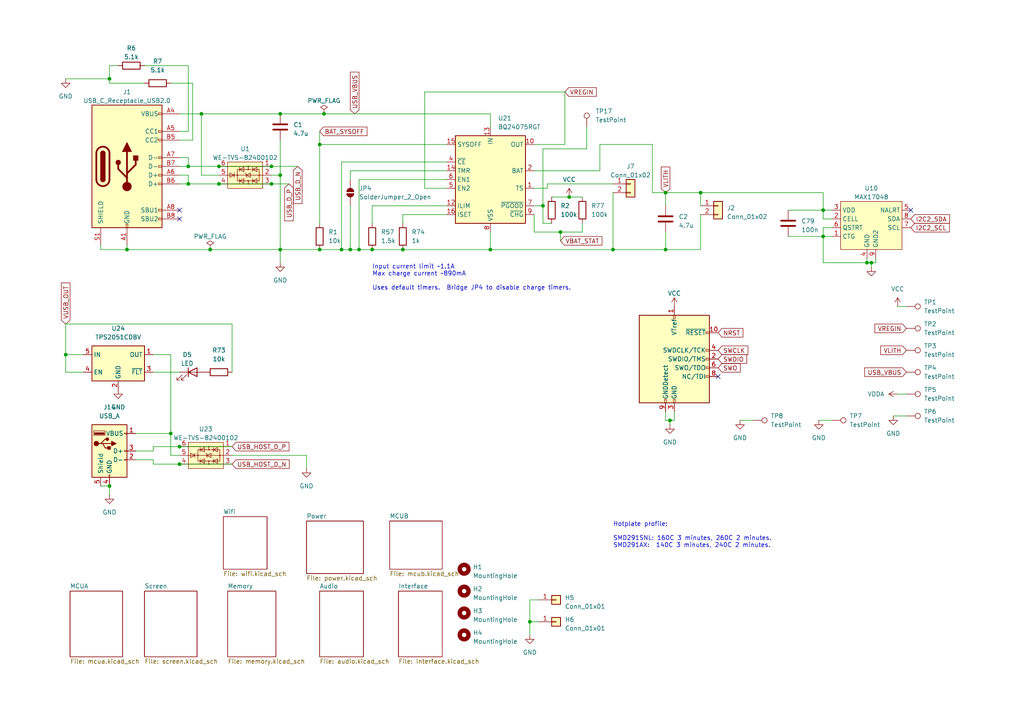
<source format=kicad_sch>
(kicad_sch (version 20231120) (generator "eeschema") (generator_version "8.0")
  (paper "A4")
  (lib_symbols
    (symbol "Battery_Management:BQ24075RGT"
      (property "Reference" "U" (at -8.89 13.97 0))
      (property "Value" "BQ24075RGT" (at 16.51 13.97 0))
      (symbol "BQ24075RGT_0_1"
        (rectangle (start -10.16 12.7) (end 10.16 -12.7) (stroke (width 0.254)) (fill (type background)))
      )
      (symbol "BQ24075RGT_1_1"
        (pin passive line (at 12.7 -2.54 180) (length 2.54) (name "TS") (number "1"))
        (pin power_out line (at 12.7 10.16 180) (length 2.54) (name "OUT") (number "10"))
        (pin passive line (at 12.7 10.16 180) (length 2.54) hide (name "OUT") (number "11"))
        (pin passive line (at -12.7 -7.62 0) (length 2.54) (name "ILIM") (number "12"))
        (pin power_in line (at 0 15.24 270) (length 2.54) (name "IN") (number "13"))
        (pin input line (at -12.7 2.54 0) (length 2.54) (name "TMR") (number "14"))
        (pin input line (at -12.7 10.16 0) (length 2.54) (name "SYSOFF") (number "15"))
        (pin passive line (at -12.7 -10.16 0) (length 2.54) (name "ISET") (number "16"))
        (pin passive line (at 0 -15.24 90) (length 2.54) hide (name "VSS") (number "17"))
        (pin power_out line (at 12.7 2.54 180) (length 2.54) (name "BAT") (number "2"))
        (pin passive line (at 12.7 2.54 180) (length 2.54) hide (name "BAT") (number "3"))
        (pin input line (at -12.7 5.08 0) (length 2.54) (name "~{CE}") (number "4"))
        (pin input line (at -12.7 -2.54 0) (length 2.54) (name "EN2") (number "5"))
        (pin input line (at -12.7 0 0) (length 2.54) (name "EN1") (number "6"))
        (pin open_collector line (at 12.7 -7.62 180) (length 2.54) (name "~{PGOOD}") (number "7"))
        (pin power_in line (at 0 -15.24 90) (length 2.54) (name "VSS") (number "8"))
        (pin open_collector line (at 12.7 -10.16 180) (length 2.54) (name "~{CHG}") (number "9"))
      )
    )
    (symbol "Connector:Conn_ARM_JTAG_SWD_10" (pin_names (offset 1.016))
      (property "Reference" "J" (at -2.54 16.51 0))
      (property "Value" "Conn_ARM_JTAG_SWD_10" (at -2.54 13.97 0))
      (symbol "Conn_ARM_JTAG_SWD_10_0_1"
        (rectangle (start -10.16 12.7) (end 10.16 -12.7) (stroke (width 0.254)) (fill (type background)))
        (rectangle (start -2.794 -12.7) (end -2.286 -11.684))
        (rectangle (start -0.254 -12.7) (end 0.254 -11.684))
        (rectangle (start -0.254 12.7) (end 0.254 11.684))
        (rectangle (start 9.144 2.286) (end 10.16 2.794))
        (rectangle (start 10.16 -2.794) (end 9.144 -2.286))
        (rectangle (start 10.16 -0.254) (end 9.144 0.254))
        (rectangle (start 10.16 7.874) (end 9.144 7.366))
      )
      (symbol "Conn_ARM_JTAG_SWD_10_1_1"
        (rectangle (start 9.144 -5.334) (end 10.16 -4.826))
        (pin power_in line (at 0 15.24 270) (length 2.54) (name "VTref") (number "1"))
        (pin open_collector line (at 12.7 7.62 180) (length 2.54) (name "~{RESET}") (number "10"))
        (pin bidirectional line (at 12.7 0 180) (length 2.54) (name "SWDIO/TMS") (number "2"))
        (pin power_in line (at 0 -15.24 90) (length 2.54) (name "GND") (number "3"))
        (pin output line (at 12.7 2.54 180) (length 2.54) (name "SWDCLK/TCK") (number "4"))
        (pin passive line (at 0 -15.24 90) (length 2.54) hide (name "GND") (number "5"))
        (pin input line (at 12.7 -2.54 180) (length 2.54) (name "SWO/TDO") (number "6"))
        (pin no_connect line (at -10.16 0 0) (length 2.54) hide (name "KEY") (number "7"))
        (pin output line (at 12.7 -5.08 180) (length 2.54) (name "NC/TDI") (number "8"))
        (pin passive line (at -2.54 -15.24 90) (length 2.54) (name "GNDDetect") (number "9"))
      )
    )
    (symbol "Connector:TestPoint" (pin_numbers hide) (pin_names (offset 0.762) hide)
      (property "Reference" "TP" (at 0 6.858 0))
      (property "Value" "TestPoint" (at 0 5.08 0))
      (symbol "TestPoint_0_1"
        (circle (center 0 3.302) (radius 0.762))
      )
      (symbol "TestPoint_1_1"
        (pin passive line (at 0 0 90) (length 2.54) (name "1") (number "1"))
      )
    )
    (symbol "Connector:USB_A" (pin_names (offset 1.016))
      (property "Reference" "J" (at -5.08 11.43 0))
      (property "Value" "USB_A" (at -5.08 8.89 0))
      (symbol "USB_A_0_1"
        (rectangle (start -5.08 -7.62) (end 5.08 7.62) (stroke (width 0.254)) (fill (type background)))
        (circle (center -3.81 2.159) (radius 0.635) (stroke (width 0.254)) (fill (type outline)))
        (rectangle (start -1.524 4.826) (end -4.318 5.334) (fill (type outline)))
        (rectangle (start -1.27 4.572) (end -4.572 5.842))
        (circle (center -0.635 3.429) (radius 0.381) (stroke (width 0.254)) (fill (type outline)))
        (rectangle (start -0.127 -7.62) (end 0.127 -6.858))
        (polyline (pts (xy -3.175 2.159) (xy -2.54 2.159) (xy -1.27 3.429) (xy -0.635 3.429)) (stroke (width 0.254)))
        (polyline (pts (xy -2.54 2.159) (xy -1.905 2.159) (xy -1.27 0.889) (xy 0 0.889)) (stroke (width 0.254)))
        (polyline (pts (xy 0.635 2.794) (xy 0.635 1.524) (xy 1.905 2.159) (xy 0.635 2.794)) (stroke (width 0.254)) (fill (type outline)))
        (rectangle (start 0.254 1.27) (end -0.508 0.508) (stroke (width 0.254)) (fill (type outline)))
        (rectangle (start 5.08 -2.667) (end 4.318 -2.413))
        (rectangle (start 5.08 -0.127) (end 4.318 0.127))
        (rectangle (start 5.08 4.953) (end 4.318 5.207))
      )
      (symbol "USB_A_1_1"
        (polyline (pts (xy -1.905 2.159) (xy 0.635 2.159)) (stroke (width 0.254)))
        (pin power_in line (at 7.62 5.08 180) (length 2.54) (name "VBUS") (number "1"))
        (pin bidirectional line (at 7.62 -2.54 180) (length 2.54) (name "D-") (number "2"))
        (pin bidirectional line (at 7.62 0 180) (length 2.54) (name "D+") (number "3"))
        (pin power_in line (at 0 -10.16 90) (length 2.54) (name "GND") (number "4"))
        (pin passive line (at -2.54 -10.16 90) (length 2.54) (name "Shield") (number "5"))
      )
    )
    (symbol "Connector:USB_C_Receptacle_USB2.0" (pin_names (offset 1.016))
      (property "Reference" "J" (at -10.16 19.05 0))
      (property "Value" "USB_C_Receptacle_USB2.0" (at 19.05 19.05 0))
      (symbol "USB_C_Receptacle_USB2.0_0_0"
        (rectangle (start -0.254 -17.78) (end 0.254 -16.764))
        (rectangle (start 10.16 -14.986) (end 9.144 -15.494))
        (rectangle (start 10.16 -12.446) (end 9.144 -12.954))
        (rectangle (start 10.16 -4.826) (end 9.144 -5.334))
        (rectangle (start 10.16 -2.286) (end 9.144 -2.794))
        (rectangle (start 10.16 0.254) (end 9.144 -0.254))
        (rectangle (start 10.16 2.794) (end 9.144 2.286))
        (rectangle (start 10.16 7.874) (end 9.144 7.366))
        (rectangle (start 10.16 10.414) (end 9.144 9.906))
        (rectangle (start 10.16 15.494) (end 9.144 14.986))
      )
      (symbol "USB_C_Receptacle_USB2.0_0_1"
        (rectangle (start -10.16 17.78) (end 10.16 -17.78) (stroke (width 0.254)) (fill (type background)))
        (arc (start -8.89 -3.81) (mid -6.985 -5.7067) (end -5.08 -3.81) (stroke (width 0.508)))
        (arc (start -7.62 -3.81) (mid -6.985 -4.4423) (end -6.35 -3.81) (stroke (width 0.254)))
        (arc (start -7.62 -3.81) (mid -6.985 -4.4423) (end -6.35 -3.81) (stroke (width 0.254)) (fill (type outline)))
        (rectangle (start -7.62 -3.81) (end -6.35 3.81) (stroke (width 0.254)) (fill (type outline)))
        (arc (start -6.35 3.81) (mid -6.985 4.4423) (end -7.62 3.81) (stroke (width 0.254)))
        (arc (start -6.35 3.81) (mid -6.985 4.4423) (end -7.62 3.81) (stroke (width 0.254)) (fill (type outline)))
        (arc (start -5.08 3.81) (mid -6.985 5.7067) (end -8.89 3.81) (stroke (width 0.508)))
        (circle (center -2.54 1.143) (radius 0.635) (stroke (width 0.254)) (fill (type outline)))
        (circle (center 0 -5.842) (radius 1.27) (fill (type outline)))
        (polyline (pts (xy -8.89 -3.81) (xy -8.89 3.81)) (stroke (width 0.508)))
        (polyline (pts (xy -5.08 3.81) (xy -5.08 -3.81)) (stroke (width 0.508)))
        (polyline (pts (xy 0 -5.842) (xy 0 4.318)) (stroke (width 0.508)))
        (polyline (pts (xy 0 -3.302) (xy -2.54 -0.762) (xy -2.54 0.508)) (stroke (width 0.508)))
        (polyline (pts (xy 0 -2.032) (xy 2.54 0.508) (xy 2.54 1.778)) (stroke (width 0.508)))
        (polyline (pts (xy -1.27 4.318) (xy 0 6.858) (xy 1.27 4.318) (xy -1.27 4.318)) (stroke (width 0.254)) (fill (type outline)))
        (rectangle (start 1.905 1.778) (end 3.175 3.048) (stroke (width 0.254)) (fill (type outline)))
      )
      (symbol "USB_C_Receptacle_USB2.0_1_1"
        (pin passive line (at 0 -22.86 90) (length 5.08) (name "GND") (number "A1"))
        (pin passive line (at 0 -22.86 90) (length 5.08) hide (name "GND") (number "A12"))
        (pin passive line (at 15.24 15.24 180) (length 5.08) (name "VBUS") (number "A4"))
        (pin bidirectional line (at 15.24 10.16 180) (length 5.08) (name "CC1") (number "A5"))
        (pin bidirectional line (at 15.24 -2.54 180) (length 5.08) (name "D+") (number "A6"))
        (pin bidirectional line (at 15.24 2.54 180) (length 5.08) (name "D-") (number "A7"))
        (pin bidirectional line (at 15.24 -12.7 180) (length 5.08) (name "SBU1") (number "A8"))
        (pin passive line (at 15.24 15.24 180) (length 5.08) hide (name "VBUS") (number "A9"))
        (pin passive line (at 0 -22.86 90) (length 5.08) hide (name "GND") (number "B1"))
        (pin passive line (at 0 -22.86 90) (length 5.08) hide (name "GND") (number "B12"))
        (pin passive line (at 15.24 15.24 180) (length 5.08) hide (name "VBUS") (number "B4"))
        (pin bidirectional line (at 15.24 7.62 180) (length 5.08) (name "CC2") (number "B5"))
        (pin bidirectional line (at 15.24 -5.08 180) (length 5.08) (name "D+") (number "B6"))
        (pin bidirectional line (at 15.24 0 180) (length 5.08) (name "D-") (number "B7"))
        (pin bidirectional line (at 15.24 -15.24 180) (length 5.08) (name "SBU2") (number "B8"))
        (pin passive line (at 15.24 15.24 180) (length 5.08) hide (name "VBUS") (number "B9"))
        (pin passive line (at -7.62 -22.86 90) (length 5.08) (name "SHIELD") (number "S1"))
      )
    )
    (symbol "Connector_Generic:Conn_01x01" (pin_names (offset 1.016) hide)
      (property "Reference" "J" (at 0 2.54 0))
      (property "Value" "Conn_01x01" (at 0 -2.54 0))
      (symbol "Conn_01x01_1_1"
        (rectangle (start -1.27 0.127) (end 0 -0.127) (stroke (width 0.1524)))
        (rectangle (start -1.27 1.27) (end 1.27 -1.27) (stroke (width 0.254)) (fill (type background)))
        (pin passive line (at -5.08 0 0) (length 3.81) (name "Pin_1") (number "1"))
      )
    )
    (symbol "Connector_Generic:Conn_01x02" (pin_names (offset 1.016) hide)
      (property "Reference" "J" (at 0 2.54 0))
      (property "Value" "Conn_01x02" (at 0 -5.08 0))
      (symbol "Conn_01x02_1_1"
        (rectangle (start -1.27 -2.413) (end 0 -2.667) (stroke (width 0.1524)))
        (rectangle (start -1.27 0.127) (end 0 -0.127) (stroke (width 0.1524)))
        (rectangle (start -1.27 1.27) (end 1.27 -3.81) (stroke (width 0.254)) (fill (type background)))
        (pin passive line (at -5.08 0 0) (length 3.81) (name "Pin_1") (number "1"))
        (pin passive line (at -5.08 -2.54 0) (length 3.81) (name "Pin_2") (number "2"))
      )
    )
    (symbol "Device:C" (pin_numbers hide) (pin_names (offset 0.254))
      (property "Reference" "C" (at 0.635 2.54 0))
      (property "Value" "C" (at 0.635 -2.54 0))
      (symbol "C_0_1"
        (polyline (pts (xy -2.032 -0.762) (xy 2.032 -0.762)) (stroke (width 0.508)))
        (polyline (pts (xy -2.032 0.762) (xy 2.032 0.762)) (stroke (width 0.508)))
      )
      (symbol "C_1_1"
        (pin passive line (at 0 3.81 270) (length 2.794) (name "~") (number "1"))
        (pin passive line (at 0 -3.81 90) (length 2.794) (name "~") (number "2"))
      )
    )
    (symbol "Device:LED" (pin_numbers hide) (pin_names (offset 1.016) hide)
      (property "Reference" "D" (at 0 2.54 0))
      (property "Value" "LED" (at 0 -2.54 0))
      (symbol "LED_0_1"
        (polyline (pts (xy -1.27 -1.27) (xy -1.27 1.27)) (stroke (width 0.254)))
        (polyline (pts (xy -1.27 0) (xy 1.27 0)))
        (polyline (pts (xy 1.27 -1.27) (xy 1.27 1.27) (xy -1.27 0) (xy 1.27 -1.27)) (stroke (width 0.254)))
        (polyline (pts (xy -3.048 -0.762) (xy -4.572 -2.286) (xy -3.81 -2.286) (xy -4.572 -2.286) (xy -4.572 -1.524)))
        (polyline (pts (xy -1.778 -0.762) (xy -3.302 -2.286) (xy -2.54 -2.286) (xy -3.302 -2.286) (xy -3.302 -1.524)))
      )
      (symbol "LED_1_1"
        (pin passive line (at -3.81 0 0) (length 2.54) (name "K") (number "1"))
        (pin passive line (at 3.81 0 180) (length 2.54) (name "A") (number "2"))
      )
    )
    (symbol "Device:R" (pin_numbers hide) (pin_names (offset 0))
      (property "Reference" "R" (at 2.032 0 90))
      (property "Value" "R" (at 0 0 90))
      (symbol "R_0_1"
        (rectangle (start -1.016 -2.54) (end 1.016 2.54) (stroke (width 0.254)))
      )
      (symbol "R_1_1"
        (pin passive line (at 0 3.81 270) (length 1.27) (name "~") (number "1"))
        (pin passive line (at 0 -3.81 90) (length 1.27) (name "~") (number "2"))
      )
    )
    (symbol "GND_1" (power) (pin_numbers hide) (pin_names (offset 0) hide)
      (property "Value" "GND" (at 0 -3.81 0))
      (symbol "GND_1_0_1"
        (polyline (pts (xy 0 0) (xy 0 -1.27) (xy 1.27 -1.27) (xy 0 -2.54) (xy -1.27 -1.27) (xy 0 -1.27)))
      )
      (symbol "GND_1_1_1"
        (pin power_in line (at 0 0 270) (length 0) (name "~") (number "1"))
      )
    )
    (symbol "GND_2" (power) (pin_numbers hide) (pin_names (offset 0) hide)
      (property "Value" "GND" (at 0 -3.81 0))
      (symbol "GND_2_0_1"
        (polyline (pts (xy 0 0) (xy 0 -1.27) (xy 1.27 -1.27) (xy 0 -2.54) (xy -1.27 -1.27) (xy 0 -1.27)))
      )
      (symbol "GND_2_1_1"
        (pin power_in line (at 0 0 270) (length 0) (name "~") (number "1"))
      )
    )
    (symbol "Jumper:SolderJumper_2_Open" (pin_numbers hide) (pin_names (offset 0) hide) (exclude_from_sim yes) (in_bom no)
      (property "Reference" "JP" (at 0 2.032 0))
      (property "Value" "SolderJumper_2_Open" (at 0 -2.54 0))
      (symbol "SolderJumper_2_Open_0_1"
        (arc (start -0.254 1.016) (mid -1.2656 0) (end -0.254 -1.016))
        (arc (start -0.254 1.016) (mid -1.2656 0) (end -0.254 -1.016) (fill (type outline)))
        (polyline (pts (xy -0.254 1.016) (xy -0.254 -1.016)))
        (polyline (pts (xy 0.254 1.016) (xy 0.254 -1.016)))
        (arc (start 0.254 -1.016) (mid 1.2656 0) (end 0.254 1.016))
        (arc (start 0.254 -1.016) (mid 1.2656 0) (end 0.254 1.016) (fill (type outline)))
      )
      (symbol "SolderJumper_2_Open_1_1"
        (pin passive line (at -3.81 0 0) (length 2.54) (name "A") (number "1"))
        (pin passive line (at 3.81 0 180) (length 2.54) (name "B") (number "2"))
      )
    )
    (symbol "Mechanical:MountingHole" (pin_names (offset 1.016))
      (property "Reference" "H" (at 0 5.08 0))
      (property "Value" "MountingHole" (at 0 3.175 0))
      (symbol "MountingHole_0_1"
        (circle (center 0 0) (radius 1.27) (stroke (width 1.27)))
      )
    )
    (symbol "Power_Management:TPS2051CDBV"
      (property "Reference" "U" (at -7.62 -6.35 0))
      (property "Value" "TPS2051CDBV" (at -7.62 6.35 0))
      (symbol "TPS2051CDBV_0_1"
        (rectangle (start -7.62 5.08) (end 7.62 -5.08) (stroke (width 0.254)) (fill (type background)))
      )
      (symbol "TPS2051CDBV_1_1"
        (pin power_out line (at 10.16 2.54 180) (length 2.54) (name "OUT") (number "1"))
        (pin power_in line (at 0 -7.62 90) (length 2.54) (name "GND") (number "2"))
        (pin open_collector line (at 10.16 -2.54 180) (length 2.54) (name "~{FLT}") (number "3"))
        (pin input line (at -10.16 -2.54 0) (length 2.54) (name "EN") (number "4"))
        (pin power_in line (at -10.16 2.54 0) (length 2.54) (name "IN") (number "5"))
      )
    )
    (symbol "Power_Protection:WE-TVS-82400102"
      (property "Reference" "U" (at 0 7.62 0))
      (property "Value" "WE-TVS-82400102" (at 0 5.08 0))
      (symbol "WE-TVS-82400102_0_1"
        (rectangle (start -5.08 3.81) (end 5.08 -3.81) (fill (type background)))
        (circle (center -4.064 0) (radius 0.127))
        (rectangle (start -4.064 1.651) (end 2.286 -1.651))
        (circle (center -0.889 -2.54) (radius 0.127))
        (circle (center -0.889 -1.651) (radius 0.127))
        (circle (center -0.889 1.651) (radius 0.127))
        (circle (center -0.889 2.54) (radius 0.127))
        (polyline (pts (xy -5.08 -2.54) (xy 5.08 -2.54)))
        (polyline (pts (xy -5.08 2.54) (xy 5.08 2.54)))
        (polyline (pts (xy -4.064 0) (xy -5.08 0)))
        (polyline (pts (xy -4.064 0) (xy 2.286 0)) (fill (type outline)))
        (polyline (pts (xy -2.159 -1.016) (xy -2.159 -2.286)))
        (polyline (pts (xy -2.159 2.286) (xy -2.159 1.016)))
        (polyline (pts (xy -0.889 -1.651) (xy -0.889 -2.413)))
        (polyline (pts (xy -0.889 1.651) (xy -0.889 2.54)))
        (polyline (pts (xy -0.508 -0.635) (xy -0.508 -0.635)))
        (polyline (pts (xy 1.651 -1.016) (xy 1.651 -2.286)))
        (polyline (pts (xy 1.651 2.286) (xy 1.651 1.016)))
        (polyline (pts (xy 2.286 0) (xy 5.08 0)))
        (polyline (pts (xy -3.429 -1.016) (xy -3.429 -2.286) (xy -2.159 -1.651) (xy -3.429 -1.016)))
        (polyline (pts (xy -3.429 1.016) (xy -3.429 2.286) (xy -2.159 1.651) (xy -3.429 1.016)))
        (polyline (pts (xy 0 0.635) (xy -0.254 0.381) (xy -0.254 -0.381) (xy -0.508 -0.635)))
        (polyline (pts (xy 0.381 -1.016) (xy 0.381 -2.286) (xy 1.651 -1.651) (xy 0.381 -1.016)))
        (polyline (pts (xy 0.381 1.016) (xy 0.381 2.286) (xy 1.651 1.651) (xy 0.381 1.016)))
        (circle (center 2.286 0) (radius 0.127))
      )
      (symbol "WE-TVS-82400102_1_1"
        (polyline (pts (xy 3.175 0.635) (xy 3.175 -0.635)))
        (polyline (pts (xy -1.524 0.635) (xy -1.524 -0.635) (xy -0.254 0) (xy -1.524 0.635)))
        (polyline (pts (xy 4.445 0.635) (xy 4.445 -0.635) (xy 3.175 0) (xy 4.445 0.635)))
        (pin passive line (at -7.62 2.54 0) (length 2.54) (name "~") (number "1"))
        (pin passive line (at -7.62 0 0) (length 2.54) (name "~") (number "2"))
        (pin passive line (at -7.62 -2.54 0) (length 2.54) (name "~") (number "3"))
        (pin passive line (at 7.62 -2.54 180) (length 2.54) (name "~") (number "4"))
        (pin passive line (at 7.62 0 180) (length 2.54) (name "~") (number "5"))
        (pin passive line (at 7.62 2.54 180) (length 2.54) (name "~") (number "6"))
      )
    )
    (symbol "VCC_1" (power) (pin_numbers hide) (pin_names (offset 0) hide)
      (property "Value" "VCC" (at 0 3.556 0))
      (symbol "VCC_1_0_1"
        (polyline (pts (xy -0.762 1.27) (xy 0 2.54)))
        (polyline (pts (xy 0 0) (xy 0 2.54)))
        (polyline (pts (xy 0 2.54) (xy 0.762 1.27)))
      )
      (symbol "VCC_1_1_1"
        (pin power_in line (at 0 0 90) (length 0) (name "~") (number "1"))
      )
    )
    (symbol "gk-syms:MAX17048"
      (property "Reference" "U" (at 0 3.81 0))
      (property "Value" "MAX17048" (at 0 1.27 0))
      (symbol "MAX17048_1_1"
        (rectangle (start -8.89 -2.54) (end 8.89 -16.51) (fill (type background)))
        (pin power_in line (at -11.43 -12.7 0) (length 2.54) (name "CTG") (number "1"))
        (pin power_in line (at -11.43 -7.62 0) (length 2.54) (name "CELL") (number "2"))
        (pin power_in line (at -11.43 -5.08 0) (length 2.54) (name "VDD") (number "3"))
        (pin power_in line (at -1.27 -19.05 90) (length 2.54) (name "GND") (number "4"))
        (pin open_collector line (at 11.43 -5.08 180) (length 2.54) (name "NALRT") (number "5"))
        (pin input line (at -11.43 -10.16 0) (length 2.54) (name "QSTRT") (number "6"))
        (pin open_collector line (at 11.43 -10.16 180) (length 2.54) (name "SCL") (number "7"))
        (pin open_collector line (at 11.43 -7.62 180) (length 2.54) (name "SDA") (number "8"))
        (pin power_in line (at 1.27 -19.05 90) (length 2.54) (name "GND2") (number "9"))
      )
    )
    (symbol "power:GND" (power) (pin_names (offset 0))
      (property "Value" "GND" (at 0 -3.81 0))
      (symbol "GND_0_1"
        (polyline (pts (xy 0 0) (xy 0 -1.27) (xy 1.27 -1.27) (xy 0 -2.54) (xy -1.27 -1.27) (xy 0 -1.27)))
      )
      (symbol "GND_1_1"
        (pin power_in line (at 0 0 270) (length 0) hide (name "GND") (number "1"))
      )
    )
    (symbol "power:PWR_FLAG" (power) (pin_numbers hide) (pin_names (offset 0) hide)
      (property "Value" "PWR_FLAG" (at 0 3.81 0))
      (symbol "PWR_FLAG_0_0"
        (pin power_out line (at 0 0 90) (length 0) (name "pwr") (number "1"))
      )
      (symbol "PWR_FLAG_0_1"
        (polyline (pts (xy 0 0) (xy 0 1.27) (xy -1.016 1.905) (xy 0 2.54) (xy 1.016 1.905) (xy 0 1.27)))
      )
    )
    (symbol "power:VCC" (power) (pin_names (offset 0))
      (property "Value" "VCC" (at 0 3.81 0))
      (symbol "VCC_0_1"
        (polyline (pts (xy -0.762 1.27) (xy 0 2.54)))
        (polyline (pts (xy 0 0) (xy 0 2.54)))
        (polyline (pts (xy 0 2.54) (xy 0.762 1.27)))
      )
      (symbol "VCC_1_1"
        (pin power_in line (at 0 0 90) (length 0) hide (name "VCC") (number "1"))
      )
    )
    (symbol "power:VDDA" (power) (pin_names (offset 0))
      (property "Value" "VDDA" (at 0 3.81 0))
      (symbol "VDDA_0_1"
        (polyline (pts (xy -0.762 1.27) (xy 0 2.54)))
        (polyline (pts (xy 0 0) (xy 0 2.54)))
        (polyline (pts (xy 0 2.54) (xy 0.762 1.27)))
      )
      (symbol "VDDA_1_1"
        (pin power_in line (at 0 0 90) (length 0) hide (name "VDDA") (number "1"))
      )
    )
  )
  (junction (at 93.98 33.02))
  (junction (at 162.56 67.31))
  (junction (at 63.5 53.34))
  (junction (at 31.75 140.97))
  (junction (at 238.76 60.96))
  (junction (at 52.07 134.62))
  (junction (at 31.75 22.86))
  (junction (at 81.28 33.02))
  (junction (at 177.8 72.39))
  (junction (at 54.61 48.26))
  (junction (at 165.1 57.15))
  (junction (at 63.5 48.26))
  (junction (at 36.83 72.39))
  (junction (at 60.96 72.39))
  (junction (at 194.31 121.92))
  (junction (at 116.84 72.39))
  (junction (at 193.04 55.88))
  (junction (at 81.28 50.8))
  (junction (at 251.46 76.2))
  (junction (at 101.6 72.39))
  (junction (at 92.71 41.91))
  (junction (at 52.07 129.54))
  (junction (at 142.24 72.39))
  (junction (at 252.73 76.2))
  (junction (at 157.48 59.69))
  (junction (at 203.2 55.88))
  (junction (at 19.05 102.87))
  (junction (at 78.74 48.26))
  (junction (at 193.04 72.39))
  (junction (at 107.95 72.39))
  (junction (at 58.42 33.02))
  (junction (at 238.76 68.58))
  (junction (at 78.74 53.34))
  (junction (at 92.71 72.39))
  (junction (at 104.14 72.39))
  (junction (at 81.28 72.39))
  (junction (at 99.06 72.39))
  (junction (at 49.53 125.73))
  (junction (at 153.67 180.34))
  (junction (at 54.61 53.34))
  (no_connect (at 52.07 60.96))
  (no_connect (at 264.16 60.96))
  (no_connect (at 52.07 63.5))
  (no_connect (at 208.28 109.22))
  (wire (pts (xy 203.2 55.88) (xy 203.2 59.69)))
  (wire (pts (xy 63.5 48.26) (xy 78.74 48.26)))
  (wire (pts (xy 177.8 55.88) (xy 177.8 72.39)))
  (wire (pts (xy 129.54 59.69) (xy 107.95 59.69)))
  (wire (pts (xy 170.18 36.83) (xy 170.18 43.18)))
  (wire (pts (xy 58.42 50.8) (xy 63.5 50.8)))
  (wire (pts (xy 44.45 133.35) (xy 44.45 134.62)))
  (wire (pts (xy 165.1 57.15) (xy 168.91 57.15)))
  (wire (pts (xy 162.56 67.31) (xy 168.91 67.31)))
  (wire (pts (xy 101.6 72.39) (xy 104.14 72.39)))
  (wire (pts (xy 129.54 41.91) (xy 92.71 41.91)))
  (wire (pts (xy 193.04 121.92) (xy 194.31 121.92)))
  (wire (pts (xy 44.45 130.81) (xy 44.45 129.54)))
  (wire (pts (xy 157.48 64.77) (xy 160.02 64.77)))
  (wire (pts (xy 49.53 132.08) (xy 52.07 132.08)))
  (wire (pts (xy 44.45 107.95) (xy 52.07 107.95)))
  (wire (pts (xy 63.5 53.34) (xy 78.74 53.34)))
  (wire (pts (xy 238.76 60.96) (xy 238.76 55.88)))
  (wire (pts (xy 193.04 67.31) (xy 193.04 72.39)))
  (wire (pts (xy 49.53 24.13) (xy 55.88 24.13)))
  (wire (pts (xy 34.29 19.05) (xy 31.75 19.05)))
  (wire (pts (xy 238.76 55.88) (xy 203.2 55.88)))
  (wire (pts (xy 54.61 50.8) (xy 52.07 50.8)))
  (wire (pts (xy 60.96 72.39) (xy 81.28 72.39)))
  (wire (pts (xy 54.61 38.1) (xy 54.61 19.05)))
  (wire (pts (xy 52.07 134.62) (xy 67.31 134.62)))
  (wire (pts (xy 58.42 33.02) (xy 81.28 33.02)))
  (wire (pts (xy 238.76 60.96) (xy 241.3 60.96)))
  (wire (pts (xy 44.45 129.54) (xy 52.07 129.54)))
  (wire (pts (xy 36.83 71.12) (xy 36.83 72.39)))
  (wire (pts (xy 214.63 121.92) (xy 218.44 121.92)))
  (wire (pts (xy 49.53 125.73) (xy 49.53 132.08)))
  (wire (pts (xy 116.84 72.39) (xy 142.24 72.39)))
  (wire (pts (xy 163.83 26.67) (xy 163.83 41.91)))
  (wire (pts (xy 31.75 19.05) (xy 31.75 22.86)))
  (wire (pts (xy 228.6 60.96) (xy 238.76 60.96)))
  (wire (pts (xy 129.54 62.23) (xy 116.84 62.23)))
  (wire (pts (xy 241.3 68.58) (xy 238.76 68.58)))
  (wire (pts (xy 116.84 62.23) (xy 116.84 64.77)))
  (wire (pts (xy 251.46 74.93) (xy 251.46 76.2)))
  (wire (pts (xy 39.37 130.81) (xy 44.45 130.81)))
  (wire (pts (xy 31.75 140.97) (xy 31.75 143.51)))
  (wire (pts (xy 129.54 54.61) (xy 123.19 54.61)))
  (wire (pts (xy 254 76.2) (xy 252.73 76.2)))
  (wire (pts (xy 193.04 72.39) (xy 203.2 72.39)))
  (wire (pts (xy 153.67 180.34) (xy 153.67 184.15)))
  (wire (pts (xy 29.21 71.12) (xy 29.21 72.39)))
  (wire (pts (xy 177.8 72.39) (xy 193.04 72.39)))
  (wire (pts (xy 238.76 68.58) (xy 238.76 76.2)))
  (wire (pts (xy 241.3 66.04) (xy 238.76 66.04)))
  (wire (pts (xy 153.67 180.34) (xy 156.21 180.34)))
  (wire (pts (xy 104.14 52.07) (xy 104.14 72.39)))
  (wire (pts (xy 195.58 119.38) (xy 195.58 121.92)))
  (wire (pts (xy 19.05 107.95) (xy 24.13 107.95)))
  (wire (pts (xy 99.06 46.99) (xy 99.06 72.39)))
  (wire (pts (xy 238.76 76.2) (xy 251.46 76.2)))
  (wire (pts (xy 29.21 72.39) (xy 36.83 72.39)))
  (wire (pts (xy 157.48 59.69) (xy 157.48 43.18)))
  (wire (pts (xy 195.58 121.92) (xy 194.31 121.92)))
  (wire (pts (xy 157.48 43.18) (xy 170.18 43.18)))
  (wire (pts (xy 193.04 119.38) (xy 193.04 121.92)))
  (wire (pts (xy 142.24 67.31) (xy 142.24 72.39)))
  (wire (pts (xy 104.14 72.39) (xy 107.95 72.39)))
  (wire (pts (xy 49.53 102.87) (xy 49.53 125.73)))
  (wire (pts (xy 67.31 107.95) (xy 67.31 93.98)))
  (wire (pts (xy 52.07 38.1) (xy 54.61 38.1)))
  (wire (pts (xy 101.6 59.69) (xy 101.6 72.39)))
  (wire (pts (xy 39.37 133.35) (xy 44.45 133.35)))
  (wire (pts (xy 29.21 140.97) (xy 31.75 140.97)))
  (wire (pts (xy 193.04 55.88) (xy 193.04 59.69)))
  (wire (pts (xy 81.28 40.64) (xy 81.28 50.8)))
  (wire (pts (xy 173.99 49.53) (xy 173.99 41.91)))
  (wire (pts (xy 67.31 132.08) (xy 88.9 132.08)))
  (wire (pts (xy 142.24 33.02) (xy 142.24 36.83)))
  (wire (pts (xy 67.31 93.98) (xy 19.05 93.98)))
  (wire (pts (xy 153.67 173.99) (xy 153.67 180.34)))
  (wire (pts (xy 41.91 24.13) (xy 31.75 24.13)))
  (wire (pts (xy 123.19 26.67) (xy 163.83 26.67)))
  (wire (pts (xy 260.35 114.3) (xy 262.89 114.3)))
  (wire (pts (xy 154.94 62.23) (xy 154.94 67.31)))
  (wire (pts (xy 81.28 72.39) (xy 81.28 76.2)))
  (wire (pts (xy 156.21 173.99) (xy 153.67 173.99)))
  (wire (pts (xy 36.83 72.39) (xy 60.96 72.39)))
  (wire (pts (xy 162.56 67.31) (xy 162.56 69.85)))
  (wire (pts (xy 129.54 52.07) (xy 104.14 52.07)))
  (wire (pts (xy 78.74 48.26) (xy 86.36 48.26)))
  (wire (pts (xy 44.45 102.87) (xy 49.53 102.87)))
  (wire (pts (xy 101.6 49.53) (xy 129.54 49.53)))
  (wire (pts (xy 92.71 72.39) (xy 99.06 72.39)))
  (wire (pts (xy 44.45 134.62) (xy 52.07 134.62)))
  (wire (pts (xy 189.23 41.91) (xy 189.23 55.88)))
  (wire (pts (xy 19.05 102.87) (xy 19.05 107.95)))
  (wire (pts (xy 157.48 59.69) (xy 157.48 64.77)))
  (wire (pts (xy 63.5 53.34) (xy 54.61 53.34)))
  (wire (pts (xy 31.75 22.86) (xy 19.05 22.86)))
  (wire (pts (xy 260.35 88.9) (xy 262.89 88.9)))
  (wire (pts (xy 189.23 55.88) (xy 193.04 55.88)))
  (wire (pts (xy 203.2 72.39) (xy 203.2 62.23)))
  (wire (pts (xy 92.71 41.91) (xy 92.71 64.77)))
  (wire (pts (xy 54.61 48.26) (xy 54.61 45.72)))
  (wire (pts (xy 177.8 53.34) (xy 158.75 53.34)))
  (wire (pts (xy 142.24 72.39) (xy 177.8 72.39)))
  (wire (pts (xy 154.94 49.53) (xy 173.99 49.53)))
  (wire (pts (xy 58.42 33.02) (xy 58.42 50.8)))
  (wire (pts (xy 88.9 132.08) (xy 88.9 135.89)))
  (wire (pts (xy 49.53 125.73) (xy 39.37 125.73)))
  (wire (pts (xy 31.75 24.13) (xy 31.75 22.86)))
  (wire (pts (xy 19.05 102.87) (xy 24.13 102.87)))
  (wire (pts (xy 158.75 54.61) (xy 154.94 54.61)))
  (wire (pts (xy 93.98 33.02) (xy 81.28 33.02)))
  (wire (pts (xy 123.19 54.61) (xy 123.19 26.67)))
  (wire (pts (xy 52.07 53.34) (xy 54.61 53.34)))
  (wire (pts (xy 41.91 19.05) (xy 54.61 19.05)))
  (wire (pts (xy 101.6 52.07) (xy 101.6 49.53)))
  (wire (pts (xy 107.95 59.69) (xy 107.95 64.77)))
  (wire (pts (xy 163.83 41.91) (xy 154.94 41.91)))
  (wire (pts (xy 228.6 68.58) (xy 238.76 68.58)))
  (wire (pts (xy 78.74 53.34) (xy 83.82 53.34)))
  (wire (pts (xy 193.04 55.88) (xy 203.2 55.88)))
  (wire (pts (xy 99.06 72.39) (xy 101.6 72.39)))
  (wire (pts (xy 154.94 59.69) (xy 157.48 59.69)))
  (wire (pts (xy 52.07 48.26) (xy 54.61 48.26)))
  (wire (pts (xy 93.98 33.02) (xy 142.24 33.02)))
  (wire (pts (xy 173.99 41.91) (xy 189.23 41.91)))
  (wire (pts (xy 251.46 76.2) (xy 252.73 76.2)))
  (wire (pts (xy 259.08 120.65) (xy 262.89 120.65)))
  (wire (pts (xy 54.61 45.72) (xy 52.07 45.72)))
  (wire (pts (xy 160.02 57.15) (xy 165.1 57.15)))
  (wire (pts (xy 78.74 50.8) (xy 81.28 50.8)))
  (wire (pts (xy 52.07 40.64) (xy 55.88 40.64)))
  (wire (pts (xy 63.5 48.26) (xy 54.61 48.26)))
  (wire (pts (xy 194.31 121.92) (xy 194.31 123.19)))
  (wire (pts (xy 238.76 63.5) (xy 238.76 60.96)))
  (wire (pts (xy 241.3 63.5) (xy 238.76 63.5)))
  (wire (pts (xy 81.28 50.8) (xy 81.28 72.39)))
  (wire (pts (xy 154.94 67.31) (xy 162.56 67.31)))
  (wire (pts (xy 54.61 53.34) (xy 54.61 50.8)))
  (wire (pts (xy 107.95 72.39) (xy 116.84 72.39)))
  (wire (pts (xy 168.91 67.31) (xy 168.91 64.77)))
  (wire (pts (xy 158.75 53.34) (xy 158.75 54.61)))
  (wire (pts (xy 252.73 76.2) (xy 252.73 77.47)))
  (wire (pts (xy 129.54 46.99) (xy 99.06 46.99)))
  (wire (pts (xy 254 74.93) (xy 254 76.2)))
  (wire (pts (xy 92.71 38.1) (xy 92.71 41.91)))
  (wire (pts (xy 52.07 129.54) (xy 67.31 129.54)))
  (wire (pts (xy 52.07 33.02) (xy 58.42 33.02)))
  (wire (pts (xy 55.88 40.64) (xy 55.88 24.13)))
  (wire (pts (xy 238.76 66.04) (xy 238.76 68.58)))
  (wire (pts (xy 81.28 72.39) (xy 92.71 72.39)))
  (wire (pts (xy 237.49 121.92) (xy 241.3 121.92)))
  (wire (pts (xy 19.05 93.98) (xy 19.05 102.87)))
  (text "Hotplate profile:\n\nSMD291SNL: 160C 3 minutes, 260C 2 minutes.\nSMD291AX:  140C 3 minutes, 240C 2 minutes." (at 177.8 155.194 0) (effects (font (size 1.27 1.27)) (justify left)))
  (text "Input current limit ~1.1A\nMax charge current ~890mA\n\nUses default timers.  Bridge JP4 to disable charge timers." (at 107.95 80.518 0) (effects (font (size 1.27 1.27)) (justify left)))
  (global_label "USB_D_P" (shape input) (at 83.82 53.34 270) (property "Intersheetrefs" "${INTERSHEET_REFS}" (effects (hide yes))))
  (global_label "VREGIN" (shape input) (at 163.83 26.67 0) (property "Intersheetrefs" "${INTERSHEET_REFS}" (effects (hide yes))))
  (global_label "VLITH" (shape input) (at 262.89 101.6 180) (property "Intersheetrefs" "${INTERSHEET_REFS}" (effects (hide yes))))
  (global_label "VREGIN" (shape input) (at 262.89 95.25 180) (property "Intersheetrefs" "${INTERSHEET_REFS}" (effects (hide yes))))
  (global_label "I2C2_SCL" (shape input) (at 264.16 66.04 0) (property "Intersheetrefs" "${INTERSHEET_REFS}" (effects (hide yes))))
  (global_label "USB_VBUS" (shape input) (at 102.87 33.02 90) (property "Intersheetrefs" "${INTERSHEET_REFS}" (effects (hide yes))))
  (global_label "SWDIO" (shape input) (at 208.28 104.14 0) (property "Intersheetrefs" "${INTERSHEET_REFS}" (effects (hide yes))))
  (global_label "USB_HOST_D_N" (shape input) (at 67.31 134.62 0) (property "Intersheetrefs" "${INTERSHEET_REFS}" (effects (hide yes))))
  (global_label "SWO" (shape input) (at 208.28 106.68 0) (property "Intersheetrefs" "${INTERSHEET_REFS}" (effects (hide yes))))
  (global_label "VUSB_OUT" (shape input) (at 19.05 93.98 90) (property "Intersheetrefs" "${INTERSHEET_REFS}" (effects (hide yes))))
  (global_label "VBAT_STAT" (shape input) (at 162.56 69.85 0) (property "Intersheetrefs" "${INTERSHEET_REFS}" (effects (hide yes))))
  (global_label "NRST" (shape input) (at 208.28 96.52 0) (property "Intersheetrefs" "${INTERSHEET_REFS}" (effects (hide yes))))
  (global_label "BAT_SYSOFF" (shape input) (at 92.71 38.1 0) (property "Intersheetrefs" "${INTERSHEET_REFS}" (effects (hide yes))))
  (global_label "USB_D_N" (shape input) (at 86.36 48.26 270) (property "Intersheetrefs" "${INTERSHEET_REFS}" (effects (hide yes))))
  (global_label "I2C2_SDA" (shape input) (at 264.16 63.5 0) (property "Intersheetrefs" "${INTERSHEET_REFS}" (effects (hide yes))))
  (global_label "USB_HOST_D_P" (shape input) (at 67.31 129.54 0) (property "Intersheetrefs" "${INTERSHEET_REFS}" (effects (hide yes))))
  (global_label "USB_VBUS" (shape input) (at 262.89 107.95 180) (property "Intersheetrefs" "${INTERSHEET_REFS}" (effects (hide yes))))
  (global_label "SWCLK" (shape input) (at 208.28 101.6 0) (property "Intersheetrefs" "${INTERSHEET_REFS}" (effects (hide yes))))
  (global_label "VLITH" (shape input) (at 193.04 55.88 90) (property "Intersheetrefs" "${INTERSHEET_REFS}" (effects (hide yes))))
  (symbol (lib_id "Connector_Generic:Conn_01x01") (at 161.29 173.99 0) (unit 1)
    (property "Reference" "H5" (at 163.83 173.355 0) (effects (justify left)))
    (property "Value" "Conn_01x01" (at 163.83 175.895 0) (effects (justify left)))
    (property "Footprint" "Connector_PinHeader_2.54mm:PinHeader_1x01_P2.54mm_Vertical" (effects (hide yes)))
  )
  (symbol (lib_id "power:GND") (at 252.73 77.47 0) (unit 1)
    (property "Reference" "#PWR071" (effects (hide yes)))
    (property "Value" "GND" (effects (hide yes)))
  )
  (symbol (lib_id "Connector:TestPoint") (at 262.89 88.9 270) (unit 1)
    (property "Reference" "TP1" (at 267.97 87.63 90) (effects (justify left)))
    (property "Value" "TestPoint" (at 267.97 90.17 90) (effects (justify left)))
    (property "Footprint" "Connector_PinHeader_2.54mm:PinHeader_1x01_P2.54mm_Vertical" (effects (hide yes)))
  )
  (symbol (lib_id "Device:R") (at 160.02 60.96 180) (unit 1)
    (property "Reference" "R2" (at 162.56 59.6899 0) (effects (justify right)))
    (property "Value" "100k" (at 162.56 62.2299 0) (effects (justify right)))
    (property "Footprint" "Resistor_SMD:R_0603_1608Metric" (effects (hide yes)))
  )
  (symbol (lib_id "Device:R") (at 107.95 68.58 180) (unit 1)
    (property "Reference" "R57" (at 110.49 67.3099 0) (effects (justify right)))
    (property "Value" "1.5k" (at 110.49 69.8499 0) (effects (justify right)))
    (property "Footprint" "Resistor_SMD:R_0603_1608Metric" (effects (hide yes)))
  )
  (symbol (lib_id "Connector:TestPoint") (at 262.89 95.25 270) (unit 1)
    (property "Reference" "TP2" (at 267.97 93.98 90) (effects (justify left)))
    (property "Value" "TestPoint" (at 267.97 96.52 90) (effects (justify left)))
    (property "Footprint" "Connector_PinHeader_2.54mm:PinHeader_1x01_P2.54mm_Vertical" (effects (hide yes)))
  )
  (symbol (lib_id "Connector:TestPoint") (at 262.89 107.95 270) (unit 1)
    (property "Reference" "TP4" (at 267.97 106.68 90) (effects (justify left)))
    (property "Value" "TestPoint" (at 267.97 109.22 90) (effects (justify left)))
    (property "Footprint" "Connector_PinHeader_2.54mm:PinHeader_1x01_P2.54mm_Vertical" (effects (hide yes)))
  )
  (symbol (lib_id "Mechanical:MountingHole") (at 134.62 165.1 0) (unit 1)
    (property "Reference" "H1" (at 137.16 164.465 0) (effects (justify left)))
    (property "Value" "MountingHole" (at 137.16 167.005 0) (effects (justify left)))
    (property "Footprint" "MountingHole:MountingHole_3.2mm_M3" (effects (hide yes)))
  )
  (symbol (lib_id "Connector:TestPoint") (at 262.89 101.6 270) (unit 1)
    (property "Reference" "TP3" (at 267.97 100.33 90) (effects (justify left)))
    (property "Value" "TestPoint" (at 267.97 102.87 90) (effects (justify left)))
    (property "Footprint" "Connector_PinHeader_2.54mm:PinHeader_1x01_P2.54mm_Vertical" (effects (hide yes)))
  )
  (symbol (lib_id "Device:R") (at 116.84 68.58 180) (unit 1)
    (property "Reference" "R74" (at 119.38 67.3099 0) (effects (justify right)))
    (property "Value" "1k" (at 119.38 69.8499 0) (effects (justify right)))
    (property "Footprint" "Resistor_SMD:R_0603_1608Metric" (effects (hide yes)))
  )
  (symbol (lib_name "GND_1") (lib_id "power:GND") (at 31.75 143.51 0) (unit 1)
    (property "Reference" "#PWR0160" (effects (hide yes)))
    (property "Value" "GND" (at 31.75 148.59 0))
    (property "Description" "Power symbol creates a global label with name \"GND\" , ground" (effects (hide yes)))
  )
  (symbol (lib_name "GND_2") (lib_id "power:GND") (at 34.29 113.03 0) (unit 1)
    (property "Reference" "#PWR0163" (effects (hide yes)))
    (property "Value" "GND" (at 34.29 118.11 0))
    (property "Description" "Power symbol creates a global label with name \"GND\" , ground" (effects (hide yes)))
  )
  (symbol (lib_id "power:GND") (at 153.67 184.15 0) (unit 1)
    (property "Reference" "#PWR088" (effects (hide yes)))
    (property "Value" "GND" (at 153.67 189.23 0))
  )
  (symbol (lib_id "Device:R") (at 92.71 68.58 180) (unit 1)
    (property "Reference" "R1" (at 95.25 67.3099 0) (effects (justify right)))
    (property "Value" "10k" (at 95.25 69.8499 0) (effects (justify right)))
    (property "Footprint" "Resistor_SMD:R_0603_1608Metric" (effects (hide yes)))
  )
  (symbol (lib_id "power:PWR_FLAG") (at 60.96 72.39 0) (unit 1)
    (property "Reference" "#FLG01" (effects (hide yes)))
    (property "Value" "PWR_FLAG" (at 60.96 68.58 0))
  )
  (symbol (lib_id "power:GND") (at 237.49 121.92 0) (unit 1)
    (property "Reference" "#PWR099" (effects (hide yes)))
    (property "Value" "GND" (at 237.49 127 0))
  )
  (symbol (lib_name "GND_2") (lib_id "power:GND") (at 88.9 135.89 0) (unit 1)
    (property "Reference" "#PWR0162" (effects (hide yes)))
    (property "Value" "GND" (at 88.9 140.97 0))
    (property "Description" "Power symbol creates a global label with name \"GND\" , ground" (effects (hide yes)))
  )
  (symbol (lib_id "Connector_Generic:Conn_01x02") (at 208.28 59.69 0) (unit 1)
    (property "Reference" "J2" (at 210.82 60.325 0) (effects (justify left)))
    (property "Value" "Conn_01x02" (at 210.82 62.865 0) (effects (justify left)))
    (property "Footprint" "Connector_JST:JST_PH_B2B-PH-K_1x02_P2.00mm_Vertical" (effects (hide yes)))
  )
  (symbol (lib_id "Device:R") (at 168.91 60.96 180) (unit 1)
    (property "Reference" "R77" (at 171.45 59.6899 0) (effects (justify right)))
    (property "Value" "100k" (at 171.45 62.2299 0) (effects (justify right)))
    (property "Footprint" "Resistor_SMD:R_0603_1608Metric" (effects (hide yes)))
  )
  (symbol (lib_id "power:GND") (at 214.63 121.92 0) (unit 1)
    (property "Reference" "#PWR0100" (effects (hide yes)))
    (property "Value" "GND" (at 214.63 127 0))
  )
  (symbol (lib_id "power:GND") (at 81.28 76.2 0) (unit 1)
    (property "Reference" "#PWR01" (effects (hide yes)))
    (property "Value" "GND" (at 81.28 81.28 0))
  )
  (symbol (lib_id "Mechanical:MountingHole") (at 134.62 177.8 0) (unit 1)
    (property "Reference" "H3" (at 137.16 177.165 0) (effects (justify left)))
    (property "Value" "MountingHole" (at 137.16 179.705 0) (effects (justify left)))
    (property "Footprint" "MountingHole:MountingHole_3.2mm_M3" (effects (hide yes)))
  )
  (symbol (lib_id "Connector:Conn_ARM_JTAG_SWD_10") (at 195.58 104.14 0) (unit 1)
    (property "Reference" "J8" (effects (hide yes)))
    (property "Value" "Conn_ARM_JTAG_SWD_10" (effects (hide yes)))
    (property "Footprint" "Connector_PinHeader_1.27mm:PinHeader_2x05_P1.27mm_Vertical_SMD" (effects (hide yes)))
    (property "Datasheet" "http://infocenter.arm.com/help/topic/com.arm.doc.ddi0314h/DDI0314H_coresight_components_trm.pdf" (effects (hide yes)))
  )
  (symbol (lib_id "power:VDDA") (at 260.35 114.3 90) (unit 1)
    (property "Reference" "#PWR097" (effects (hide yes)))
    (property "Value" "VDDA" (at 256.54 114.3 90) (effects (justify left)))
  )
  (symbol (lib_id "power:GND") (at 259.08 120.65 0) (unit 1)
    (property "Reference" "#PWR098" (effects (hide yes)))
    (property "Value" "GND" (at 259.08 125.73 0))
  )
  (symbol (lib_id "power:GND") (at 194.31 123.19 0) (unit 1)
    (property "Reference" "#PWR031" (effects (hide yes)))
    (property "Value" "GND" (at 194.31 128.27 0))
  )
  (symbol (lib_id "Battery_Management:BQ24075RGT") (at 142.24 52.07 0) (unit 1)
    (property "Reference" "U21" (at 144.4341 34.29 0) (effects (justify left)))
    (property "Value" "BQ24075RGT" (at 144.4341 36.83 0) (effects (justify left)))
    (property "Footprint" "Package_DFN_QFN:VQFN-16-1EP_3x3mm_P0.5mm_EP1.6x1.6mm" (effects (hide yes)))
    (property "Datasheet" "http://www.ti.com/lit/ds/symlink/bq24075.pdf" (effects (hide yes)))
    (property "Description" "USB-Friendly Li-Ion Battery Charger and Power-Path Management, VQFN-16" (effects (hide yes)))
  )
  (symbol (lib_id "Connector:TestPoint") (at 170.18 36.83 0) (unit 1)
    (property "Reference" "TP17" (at 172.72 32.2579 0) (effects (justify left)))
    (property "Value" "TestPoint" (at 172.72 34.7979 0) (effects (justify left)))
    (property "Footprint" "TestPoint:TestPoint_Pad_D1.0mm" (effects (hide yes)))
    (property "Description" "test point" (effects (hide yes)))
  )
  (symbol (lib_id "Power_Protection:WE-TVS-82400102") (at 71.12 50.8 0) (mirror y) (unit 1)
    (property "Reference" "U1" (at 71.12 43.18 0))
    (property "Value" "WE-TVS-82400102" (at 71.12 45.72 0))
    (property "Footprint" "Package_TO_SOT_SMD:SOT-23-6" (effects (hide yes)))
    (property "Datasheet" "https://katalog.we-online.de/pbs/datasheet/82400102.pdf" (effects (hide yes)))
  )
  (symbol (lib_id "power:VCC") (at 195.58 88.9 0) (unit 1)
    (property "Reference" "#PWR030" (effects (hide yes)))
    (property "Value" "VCC" (at 195.58 85.09 0))
  )
  (symbol (lib_id "Connector:TestPoint") (at 262.89 114.3 270) (unit 1)
    (property "Reference" "TP5" (at 267.97 113.03 90) (effects (justify left)))
    (property "Value" "TestPoint" (at 267.97 115.57 90) (effects (justify left)))
    (property "Footprint" "Connector_PinHeader_2.54mm:PinHeader_1x01_P2.54mm_Vertical" (effects (hide yes)))
  )
  (symbol (lib_id "Device:LED") (at 55.88 107.95 0) (unit 1)
    (property "Reference" "D5" (at 54.2925 102.87 0))
    (property "Value" "LED" (at 54.2925 105.41 0))
    (property "Footprint" "LED_SMD:LED_0603_1608Metric" (effects (hide yes)))
  )
  (symbol (lib_id "Device:C") (at 228.6 64.77 0) (unit 1)
    (property "Reference" "C79" (at 232.41 64.135 0) (effects (justify left)))
    (property "Value" "100n" (at 232.41 66.675 0) (effects (justify left)))
    (property "Footprint" "Capacitor_SMD:C_0603_1608Metric" (effects (hide yes)))
  )
  (symbol (lib_id "Connector:TestPoint") (at 262.89 120.65 270) (unit 1)
    (property "Reference" "TP6" (at 267.97 119.38 90) (effects (justify left)))
    (property "Value" "TestPoint" (at 267.97 121.92 90) (effects (justify left)))
    (property "Footprint" "Connector_PinHeader_2.54mm:PinHeader_1x01_P2.54mm_Vertical" (effects (hide yes)))
  )
  (symbol (lib_id "Power_Management:TPS2051CDBV") (at 34.29 105.41 0) (unit 1)
    (property "Reference" "U24" (at 34.29 95.25 0))
    (property "Value" "TPS2051CDBV" (at 34.29 97.79 0))
    (property "Footprint" "Package_TO_SOT_SMD:SOT-23-5" (effects (hide yes)))
    (property "Datasheet" "https://www.ti.com/lit/ds/symlink/tps2051c.pdf" (effects (hide yes)))
    (property "Description" "0.5A Current limited power switch, single channel, output discharge, reverse blocking, SOT-23-5" (effects (hide yes)))
  )
  (symbol (lib_id "power:GND") (at 19.05 22.86 0) (mirror y) (unit 1)
    (property "Reference" "#PWR03" (effects (hide yes)))
    (property "Value" "GND" (at 19.05 27.94 0))
  )
  (symbol (lib_id "Device:R") (at 45.72 24.13 270) (unit 1)
    (property "Reference" "R7" (at 45.72 17.78 90))
    (property "Value" "5.1k" (at 45.72 20.32 90))
    (property "Footprint" "Resistor_SMD:R_0603_1608Metric" (effects (hide yes)))
  )
  (symbol (lib_id "Device:C") (at 193.04 63.5 0) (unit 1)
    (property "Reference" "C2" (at 196.85 62.865 0) (effects (justify left)))
    (property "Value" "4.7u" (at 196.85 65.405 0) (effects (justify left)))
    (property "Footprint" "Capacitor_SMD:C_0805_2012Metric" (effects (hide yes)))
  )
  (symbol (lib_id "gk-syms:MAX17048") (at 252.73 55.88 0) (unit 1)
    (property "Reference" "U10" (at 252.73 54.61 0))
    (property "Value" "MAX17048" (at 252.73 57.15 0))
    (property "Footprint" "Package_DFN_QFN:TDFN-8-1EP_2x2mm_P0.5mm_EP0.8x1.2mm" (effects (hide yes)))
  )
  (symbol (lib_name "VCC_1") (lib_id "power:VCC") (at 165.1 57.15 0) (unit 1)
    (property "Reference" "#PWR072" (effects (hide yes)))
    (property "Value" "VCC" (at 165.1 52.07 0))
    (property "Description" "Power symbol creates a global label with name \"VCC\"" (effects (hide yes)))
  )
  (symbol (lib_id "Device:R") (at 63.5 107.95 90) (unit 1)
    (property "Reference" "R73" (at 63.5 101.6 90))
    (property "Value" "10k" (at 63.5 104.14 90))
    (property "Footprint" "Resistor_SMD:R_0603_1608Metric" (effects (hide yes)))
  )
  (symbol (lib_id "Connector:USB_A") (at 31.75 130.81 0) (unit 1)
    (property "Reference" "J14" (at 31.75 118.11 0))
    (property "Value" "USB_A" (at 31.75 120.65 0))
    (property "Footprint" "Connector_USB:USB_A_Molex_67643_Horizontal" (effects (hide yes)))
    (property "Description" "USB Type A connector" (effects (hide yes)))
  )
  (symbol (lib_id "Power_Protection:WE-TVS-82400102") (at 59.69 132.08 0) (mirror y) (unit 1)
    (property "Reference" "U23" (at 59.69 124.46 0))
    (property "Value" "WE-TVS-82400102" (at 59.69 127 0))
    (property "Footprint" "Package_TO_SOT_SMD:SOT-23-6" (effects (hide yes)))
    (property "Datasheet" "https://katalog.we-online.de/pbs/datasheet/82400102.pdf" (effects (hide yes)))
  )
  (symbol (lib_id "power:VCC") (at 260.35 88.9 0) (unit 1)
    (property "Reference" "#PWR076" (effects (hide yes)))
    (property "Value" "VCC" (at 260.35 83.82 0))
  )
  (symbol (lib_id "Mechanical:MountingHole") (at 134.62 171.45 0) (unit 1)
    (property "Reference" "H2" (at 137.16 170.815 0) (effects (justify left)))
    (property "Value" "MountingHole" (at 137.16 173.355 0) (effects (justify left)))
    (property "Footprint" "MountingHole:MountingHole_3.2mm_M3" (effects (hide yes)))
  )
  (symbol (lib_id "Mechanical:MountingHole") (at 134.62 184.15 0) (unit 1)
    (property "Reference" "H4" (at 137.16 183.515 0) (effects (justify left)))
    (property "Value" "MountingHole" (at 137.16 186.055 0) (effects (justify left)))
    (property "Footprint" "MountingHole:MountingHole_3.2mm_M3" (effects (hide yes)))
  )
  (symbol (lib_id "power:PWR_FLAG") (at 93.98 33.02 0) (unit 1)
    (property "Reference" "#FLG02" (effects (hide yes)))
    (property "Value" "PWR_FLAG" (at 93.98 29.21 0))
  )
  (symbol (lib_id "Device:C") (at 81.28 36.83 0) (unit 1)
    (property "Reference" "C1" (at 85.09 36.195 0) (effects (justify left)))
    (property "Value" "4.7u" (at 85.09 38.735 0) (effects (justify left)))
    (property "Footprint" "Capacitor_SMD:C_0805_2012Metric" (effects (hide yes)))
  )
  (symbol (lib_id "Connector:TestPoint") (at 241.3 121.92 270) (unit 1)
    (property "Reference" "TP7" (at 246.38 120.65 90) (effects (justify left)))
    (property "Value" "TestPoint" (at 246.38 123.19 90) (effects (justify left)))
    (property "Footprint" "Connector_PinHeader_2.54mm:PinHeader_1x01_P2.54mm_Vertical" (effects (hide yes)))
  )
  (symbol (lib_id "Connector_Generic:Conn_01x01") (at 161.29 180.34 0) (unit 1)
    (property "Reference" "H6" (at 163.83 179.705 0) (effects (justify left)))
    (property "Value" "Conn_01x01" (at 163.83 182.245 0) (effects (justify left)))
    (property "Footprint" "Connector_PinHeader_2.54mm:PinHeader_1x01_P2.54mm_Vertical" (effects (hide yes)))
  )
  (symbol (lib_id "Device:R") (at 38.1 19.05 90) (unit 1)
    (property "Reference" "R6" (at 38.1 13.97 90))
    (property "Value" "5.1k" (at 38.1 16.51 90))
    (property "Footprint" "Resistor_SMD:R_0603_1608Metric" (effects (hide yes)))
  )
  (symbol (lib_id "Connector:USB_C_Receptacle_USB2.0") (at 36.83 48.26 0) (unit 1)
    (property "Reference" "J1" (at 36.83 26.67 0))
    (property "Value" "USB_C_Receptacle_USB2.0" (at 36.83 29.21 0))
    (property "Footprint" "Connector_USB:USB_C_Receptacle_HRO_TYPE-C-31-M-12" (effects (hide yes)))
    (property "Datasheet" "https://www.usb.org/sites/default/files/documents/usb_type-c.zip" (effects (hide yes)))
  )
  (symbol (lib_id "Connector:TestPoint") (at 218.44 121.92 270) (unit 1)
    (property "Reference" "TP8" (at 223.52 120.65 90) (effects (justify left)))
    (property "Value" "TestPoint" (at 223.52 123.19 90) (effects (justify left)))
    (property "Footprint" "Connector_PinHeader_2.54mm:PinHeader_1x01_P2.54mm_Vertical" (effects (hide yes)))
  )
  (symbol (lib_id "Connector_Generic:Conn_01x02") (at 182.88 53.34 0) (unit 1)
    (property "Reference" "J7" (at 182.88 48.26 0))
    (property "Value" "Conn_01x02" (at 182.88 50.8 0))
    (property "Footprint" "Connector_JST:JST_XH_S2B-XH-A_1x02_P2.50mm_Horizontal" (effects (hide yes)))
  )
  (symbol (lib_id "Jumper:SolderJumper_2_Open") (at 101.6 55.88 90) (unit 1) (exclude_from_sim yes) (in_bom no)
    (property "Reference" "JP4" (at 104.14 54.6099 90) (effects (justify right)))
    (property "Value" "SolderJumper_2_Open" (at 104.14 57.1499 90) (effects (justify right)))
    (property "Description" "Solder Jumper, 2-pole, open" (effects (hide yes)))
  )
  (sheet (at 92.71 171.45) (size 12.7 19.05) (stroke (width 0.1524))
    (property "Sheetname" "Audio" (at 92.71 170.7384 0) (effects (justify left bottom)))
    (property "Sheetfile" "audio.kicad_sch" (at 92.71 191.0846 0) (effects (justify left top)))
  )
  (sheet (at 64.77 149.86) (size 12.7 15.24) (stroke (width 0.1524))
    (property "Sheetname" "Wifi" (at 64.77 149.1484 0) (effects (justify left bottom)))
    (property "Sheetfile" "wifi.kicad_sch" (at 64.77 165.6846 0) (effects (justify left top)))
  )
  (sheet (at 88.9 151.13) (size 16.51 15.24) (stroke (width 0.1524))
    (property "Sheetname" "Power" (at 88.9 150.4184 0) (effects (justify left bottom)))
    (property "Sheetfile" "power.kicad_sch" (at 88.9 166.9546 0) (effects (justify left top)))
  )
  (sheet (at 113.03 151.13) (size 15.24 13.97) (stroke (width 0.1524))
    (property "Sheetname" "MCUB" (at 113.03 150.4184 0) (effects (justify left bottom)))
    (property "Sheetfile" "mcub.kicad_sch" (at 113.03 165.6846 0) (effects (justify left top)))
  )
  (sheet (at 66.04 171.45) (size 13.97 19.05) (stroke (width 0.1524))
    (property "Sheetname" "Memory" (at 66.04 170.7384 0) (effects (justify left bottom)))
    (property "Sheetfile" "memory.kicad_sch" (at 66.04 191.0846 0) (effects (justify left top)))
  )
  (sheet (at 20.32 171.45) (size 15.24 19.05) (stroke (width 0.1524))
    (property "Sheetname" "MCUA" (at 20.32 170.7384 0) (effects (justify left bottom)))
    (property "Sheetfile" "mcua.kicad_sch" (at 20.32 191.0846 0) (effects (justify left top)))
  )
  (sheet (at 41.91 171.45) (size 15.24 19.05) (stroke (width 0.1524))
    (property "Sheetname" "Screen" (at 41.91 170.7384 0) (effects (justify left bottom)))
    (property "Sheetfile" "screen.kicad_sch" (at 41.91 191.0846 0) (effects (justify left top)))
  )
  (sheet (at 115.57 171.45) (size 12.7 19.05) (stroke (width 0.1524))
    (property "Sheetname" "Interface" (at 115.57 170.7384 0) (effects (justify left bottom)))
    (property "Sheetfile" "interface.kicad_sch" (at 115.57 191.0846 0) (effects (justify left top)))
  )
)
</source>
